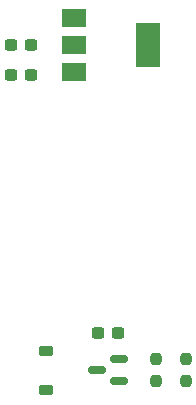
<source format=gtp>
G04 #@! TF.GenerationSoftware,KiCad,Pcbnew,7.0.1*
G04 #@! TF.CreationDate,2023-05-15T21:33:36-05:00*
G04 #@! TF.ProjectId,MiniSSO-Tester,4d696e69-5353-44f2-9d54-65737465722e,1*
G04 #@! TF.SameCoordinates,Original*
G04 #@! TF.FileFunction,Paste,Top*
G04 #@! TF.FilePolarity,Positive*
%FSLAX46Y46*%
G04 Gerber Fmt 4.6, Leading zero omitted, Abs format (unit mm)*
G04 Created by KiCad (PCBNEW 7.0.1) date 2023-05-15 21:33:36*
%MOMM*%
%LPD*%
G01*
G04 APERTURE LIST*
G04 Aperture macros list*
%AMRoundRect*
0 Rectangle with rounded corners*
0 $1 Rounding radius*
0 $2 $3 $4 $5 $6 $7 $8 $9 X,Y pos of 4 corners*
0 Add a 4 corners polygon primitive as box body*
4,1,4,$2,$3,$4,$5,$6,$7,$8,$9,$2,$3,0*
0 Add four circle primitives for the rounded corners*
1,1,$1+$1,$2,$3*
1,1,$1+$1,$4,$5*
1,1,$1+$1,$6,$7*
1,1,$1+$1,$8,$9*
0 Add four rect primitives between the rounded corners*
20,1,$1+$1,$2,$3,$4,$5,0*
20,1,$1+$1,$4,$5,$6,$7,0*
20,1,$1+$1,$6,$7,$8,$9,0*
20,1,$1+$1,$8,$9,$2,$3,0*%
G04 Aperture macros list end*
%ADD10RoundRect,0.237500X0.300000X0.237500X-0.300000X0.237500X-0.300000X-0.237500X0.300000X-0.237500X0*%
%ADD11RoundRect,0.237500X-0.300000X-0.237500X0.300000X-0.237500X0.300000X0.237500X-0.300000X0.237500X0*%
%ADD12RoundRect,0.237500X-0.237500X0.250000X-0.237500X-0.250000X0.237500X-0.250000X0.237500X0.250000X0*%
%ADD13RoundRect,0.225000X0.375000X-0.225000X0.375000X0.225000X-0.375000X0.225000X-0.375000X-0.225000X0*%
%ADD14R,2.000000X1.500000*%
%ADD15R,2.000000X3.800000*%
%ADD16RoundRect,0.150000X0.587500X0.150000X-0.587500X0.150000X-0.587500X-0.150000X0.587500X-0.150000X0*%
%ADD17RoundRect,0.237500X0.237500X-0.250000X0.237500X0.250000X-0.237500X0.250000X-0.237500X-0.250000X0*%
G04 APERTURE END LIST*
D10*
X73692500Y-81040000D03*
X71967500Y-81040000D03*
D11*
X79337500Y-102900000D03*
X81062500Y-102900000D03*
D12*
X86790000Y-105100000D03*
X86790000Y-106925000D03*
D13*
X74915000Y-107695000D03*
X74915000Y-104395000D03*
D14*
X77300000Y-76200000D03*
X77300000Y-78500000D03*
D15*
X83600000Y-78500000D03*
D14*
X77300000Y-80800000D03*
D16*
X81100000Y-106950000D03*
X81100000Y-105050000D03*
X79225000Y-106000000D03*
D10*
X73692500Y-78500000D03*
X71967500Y-78500000D03*
D17*
X84250000Y-106925000D03*
X84250000Y-105100000D03*
M02*

</source>
